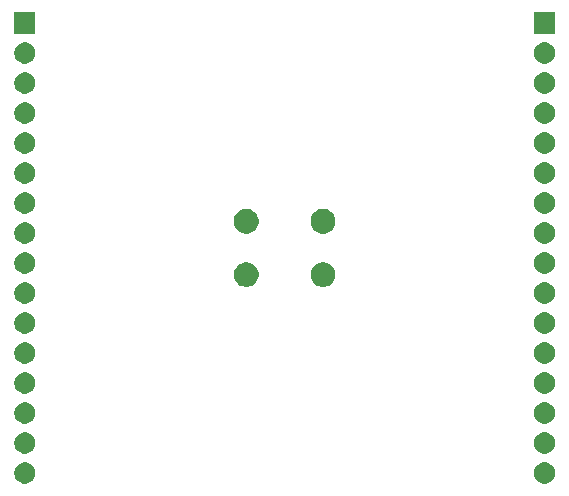
<source format=gbr>
G04 #@! TF.GenerationSoftware,KiCad,Pcbnew,5.1.5+dfsg1-2build2*
G04 #@! TF.CreationDate,2021-03-04T14:35:20-05:00*
G04 #@! TF.ProjectId,leveling_package,6c657665-6c69-46e6-975f-7061636b6167,rev?*
G04 #@! TF.SameCoordinates,Original*
G04 #@! TF.FileFunction,Soldermask,Bot*
G04 #@! TF.FilePolarity,Negative*
%FSLAX46Y46*%
G04 Gerber Fmt 4.6, Leading zero omitted, Abs format (unit mm)*
G04 Created by KiCad (PCBNEW 5.1.5+dfsg1-2build2) date 2021-03-04 14:35:20*
%MOMM*%
%LPD*%
G04 APERTURE LIST*
%ADD10C,0.100000*%
G04 APERTURE END LIST*
D10*
G36*
X96113512Y-92153927D02*
G01*
X96262812Y-92183624D01*
X96426784Y-92251544D01*
X96574354Y-92350147D01*
X96699853Y-92475646D01*
X96798456Y-92623216D01*
X96866376Y-92787188D01*
X96901000Y-92961259D01*
X96901000Y-93138741D01*
X96866376Y-93312812D01*
X96798456Y-93476784D01*
X96699853Y-93624354D01*
X96574354Y-93749853D01*
X96426784Y-93848456D01*
X96262812Y-93916376D01*
X96113512Y-93946073D01*
X96088742Y-93951000D01*
X95911258Y-93951000D01*
X95886488Y-93946073D01*
X95737188Y-93916376D01*
X95573216Y-93848456D01*
X95425646Y-93749853D01*
X95300147Y-93624354D01*
X95201544Y-93476784D01*
X95133624Y-93312812D01*
X95099000Y-93138741D01*
X95099000Y-92961259D01*
X95133624Y-92787188D01*
X95201544Y-92623216D01*
X95300147Y-92475646D01*
X95425646Y-92350147D01*
X95573216Y-92251544D01*
X95737188Y-92183624D01*
X95886488Y-92153927D01*
X95911258Y-92149000D01*
X96088742Y-92149000D01*
X96113512Y-92153927D01*
G37*
G36*
X52113512Y-92153927D02*
G01*
X52262812Y-92183624D01*
X52426784Y-92251544D01*
X52574354Y-92350147D01*
X52699853Y-92475646D01*
X52798456Y-92623216D01*
X52866376Y-92787188D01*
X52901000Y-92961259D01*
X52901000Y-93138741D01*
X52866376Y-93312812D01*
X52798456Y-93476784D01*
X52699853Y-93624354D01*
X52574354Y-93749853D01*
X52426784Y-93848456D01*
X52262812Y-93916376D01*
X52113512Y-93946073D01*
X52088742Y-93951000D01*
X51911258Y-93951000D01*
X51886488Y-93946073D01*
X51737188Y-93916376D01*
X51573216Y-93848456D01*
X51425646Y-93749853D01*
X51300147Y-93624354D01*
X51201544Y-93476784D01*
X51133624Y-93312812D01*
X51099000Y-93138741D01*
X51099000Y-92961259D01*
X51133624Y-92787188D01*
X51201544Y-92623216D01*
X51300147Y-92475646D01*
X51425646Y-92350147D01*
X51573216Y-92251544D01*
X51737188Y-92183624D01*
X51886488Y-92153927D01*
X51911258Y-92149000D01*
X52088742Y-92149000D01*
X52113512Y-92153927D01*
G37*
G36*
X96113512Y-89613927D02*
G01*
X96262812Y-89643624D01*
X96426784Y-89711544D01*
X96574354Y-89810147D01*
X96699853Y-89935646D01*
X96798456Y-90083216D01*
X96866376Y-90247188D01*
X96901000Y-90421259D01*
X96901000Y-90598741D01*
X96866376Y-90772812D01*
X96798456Y-90936784D01*
X96699853Y-91084354D01*
X96574354Y-91209853D01*
X96426784Y-91308456D01*
X96262812Y-91376376D01*
X96113512Y-91406073D01*
X96088742Y-91411000D01*
X95911258Y-91411000D01*
X95886488Y-91406073D01*
X95737188Y-91376376D01*
X95573216Y-91308456D01*
X95425646Y-91209853D01*
X95300147Y-91084354D01*
X95201544Y-90936784D01*
X95133624Y-90772812D01*
X95099000Y-90598741D01*
X95099000Y-90421259D01*
X95133624Y-90247188D01*
X95201544Y-90083216D01*
X95300147Y-89935646D01*
X95425646Y-89810147D01*
X95573216Y-89711544D01*
X95737188Y-89643624D01*
X95886488Y-89613927D01*
X95911258Y-89609000D01*
X96088742Y-89609000D01*
X96113512Y-89613927D01*
G37*
G36*
X52113512Y-89613927D02*
G01*
X52262812Y-89643624D01*
X52426784Y-89711544D01*
X52574354Y-89810147D01*
X52699853Y-89935646D01*
X52798456Y-90083216D01*
X52866376Y-90247188D01*
X52901000Y-90421259D01*
X52901000Y-90598741D01*
X52866376Y-90772812D01*
X52798456Y-90936784D01*
X52699853Y-91084354D01*
X52574354Y-91209853D01*
X52426784Y-91308456D01*
X52262812Y-91376376D01*
X52113512Y-91406073D01*
X52088742Y-91411000D01*
X51911258Y-91411000D01*
X51886488Y-91406073D01*
X51737188Y-91376376D01*
X51573216Y-91308456D01*
X51425646Y-91209853D01*
X51300147Y-91084354D01*
X51201544Y-90936784D01*
X51133624Y-90772812D01*
X51099000Y-90598741D01*
X51099000Y-90421259D01*
X51133624Y-90247188D01*
X51201544Y-90083216D01*
X51300147Y-89935646D01*
X51425646Y-89810147D01*
X51573216Y-89711544D01*
X51737188Y-89643624D01*
X51886488Y-89613927D01*
X51911258Y-89609000D01*
X52088742Y-89609000D01*
X52113512Y-89613927D01*
G37*
G36*
X52113512Y-87073927D02*
G01*
X52262812Y-87103624D01*
X52426784Y-87171544D01*
X52574354Y-87270147D01*
X52699853Y-87395646D01*
X52798456Y-87543216D01*
X52866376Y-87707188D01*
X52901000Y-87881259D01*
X52901000Y-88058741D01*
X52866376Y-88232812D01*
X52798456Y-88396784D01*
X52699853Y-88544354D01*
X52574354Y-88669853D01*
X52426784Y-88768456D01*
X52262812Y-88836376D01*
X52113512Y-88866073D01*
X52088742Y-88871000D01*
X51911258Y-88871000D01*
X51886488Y-88866073D01*
X51737188Y-88836376D01*
X51573216Y-88768456D01*
X51425646Y-88669853D01*
X51300147Y-88544354D01*
X51201544Y-88396784D01*
X51133624Y-88232812D01*
X51099000Y-88058741D01*
X51099000Y-87881259D01*
X51133624Y-87707188D01*
X51201544Y-87543216D01*
X51300147Y-87395646D01*
X51425646Y-87270147D01*
X51573216Y-87171544D01*
X51737188Y-87103624D01*
X51886488Y-87073927D01*
X51911258Y-87069000D01*
X52088742Y-87069000D01*
X52113512Y-87073927D01*
G37*
G36*
X96113512Y-87073927D02*
G01*
X96262812Y-87103624D01*
X96426784Y-87171544D01*
X96574354Y-87270147D01*
X96699853Y-87395646D01*
X96798456Y-87543216D01*
X96866376Y-87707188D01*
X96901000Y-87881259D01*
X96901000Y-88058741D01*
X96866376Y-88232812D01*
X96798456Y-88396784D01*
X96699853Y-88544354D01*
X96574354Y-88669853D01*
X96426784Y-88768456D01*
X96262812Y-88836376D01*
X96113512Y-88866073D01*
X96088742Y-88871000D01*
X95911258Y-88871000D01*
X95886488Y-88866073D01*
X95737188Y-88836376D01*
X95573216Y-88768456D01*
X95425646Y-88669853D01*
X95300147Y-88544354D01*
X95201544Y-88396784D01*
X95133624Y-88232812D01*
X95099000Y-88058741D01*
X95099000Y-87881259D01*
X95133624Y-87707188D01*
X95201544Y-87543216D01*
X95300147Y-87395646D01*
X95425646Y-87270147D01*
X95573216Y-87171544D01*
X95737188Y-87103624D01*
X95886488Y-87073927D01*
X95911258Y-87069000D01*
X96088742Y-87069000D01*
X96113512Y-87073927D01*
G37*
G36*
X52113512Y-84533927D02*
G01*
X52262812Y-84563624D01*
X52426784Y-84631544D01*
X52574354Y-84730147D01*
X52699853Y-84855646D01*
X52798456Y-85003216D01*
X52866376Y-85167188D01*
X52901000Y-85341259D01*
X52901000Y-85518741D01*
X52866376Y-85692812D01*
X52798456Y-85856784D01*
X52699853Y-86004354D01*
X52574354Y-86129853D01*
X52426784Y-86228456D01*
X52262812Y-86296376D01*
X52113512Y-86326073D01*
X52088742Y-86331000D01*
X51911258Y-86331000D01*
X51886488Y-86326073D01*
X51737188Y-86296376D01*
X51573216Y-86228456D01*
X51425646Y-86129853D01*
X51300147Y-86004354D01*
X51201544Y-85856784D01*
X51133624Y-85692812D01*
X51099000Y-85518741D01*
X51099000Y-85341259D01*
X51133624Y-85167188D01*
X51201544Y-85003216D01*
X51300147Y-84855646D01*
X51425646Y-84730147D01*
X51573216Y-84631544D01*
X51737188Y-84563624D01*
X51886488Y-84533927D01*
X51911258Y-84529000D01*
X52088742Y-84529000D01*
X52113512Y-84533927D01*
G37*
G36*
X96113512Y-84533927D02*
G01*
X96262812Y-84563624D01*
X96426784Y-84631544D01*
X96574354Y-84730147D01*
X96699853Y-84855646D01*
X96798456Y-85003216D01*
X96866376Y-85167188D01*
X96901000Y-85341259D01*
X96901000Y-85518741D01*
X96866376Y-85692812D01*
X96798456Y-85856784D01*
X96699853Y-86004354D01*
X96574354Y-86129853D01*
X96426784Y-86228456D01*
X96262812Y-86296376D01*
X96113512Y-86326073D01*
X96088742Y-86331000D01*
X95911258Y-86331000D01*
X95886488Y-86326073D01*
X95737188Y-86296376D01*
X95573216Y-86228456D01*
X95425646Y-86129853D01*
X95300147Y-86004354D01*
X95201544Y-85856784D01*
X95133624Y-85692812D01*
X95099000Y-85518741D01*
X95099000Y-85341259D01*
X95133624Y-85167188D01*
X95201544Y-85003216D01*
X95300147Y-84855646D01*
X95425646Y-84730147D01*
X95573216Y-84631544D01*
X95737188Y-84563624D01*
X95886488Y-84533927D01*
X95911258Y-84529000D01*
X96088742Y-84529000D01*
X96113512Y-84533927D01*
G37*
G36*
X96113512Y-81993927D02*
G01*
X96262812Y-82023624D01*
X96426784Y-82091544D01*
X96574354Y-82190147D01*
X96699853Y-82315646D01*
X96798456Y-82463216D01*
X96866376Y-82627188D01*
X96901000Y-82801259D01*
X96901000Y-82978741D01*
X96866376Y-83152812D01*
X96798456Y-83316784D01*
X96699853Y-83464354D01*
X96574354Y-83589853D01*
X96426784Y-83688456D01*
X96262812Y-83756376D01*
X96113512Y-83786073D01*
X96088742Y-83791000D01*
X95911258Y-83791000D01*
X95886488Y-83786073D01*
X95737188Y-83756376D01*
X95573216Y-83688456D01*
X95425646Y-83589853D01*
X95300147Y-83464354D01*
X95201544Y-83316784D01*
X95133624Y-83152812D01*
X95099000Y-82978741D01*
X95099000Y-82801259D01*
X95133624Y-82627188D01*
X95201544Y-82463216D01*
X95300147Y-82315646D01*
X95425646Y-82190147D01*
X95573216Y-82091544D01*
X95737188Y-82023624D01*
X95886488Y-81993927D01*
X95911258Y-81989000D01*
X96088742Y-81989000D01*
X96113512Y-81993927D01*
G37*
G36*
X52113512Y-81993927D02*
G01*
X52262812Y-82023624D01*
X52426784Y-82091544D01*
X52574354Y-82190147D01*
X52699853Y-82315646D01*
X52798456Y-82463216D01*
X52866376Y-82627188D01*
X52901000Y-82801259D01*
X52901000Y-82978741D01*
X52866376Y-83152812D01*
X52798456Y-83316784D01*
X52699853Y-83464354D01*
X52574354Y-83589853D01*
X52426784Y-83688456D01*
X52262812Y-83756376D01*
X52113512Y-83786073D01*
X52088742Y-83791000D01*
X51911258Y-83791000D01*
X51886488Y-83786073D01*
X51737188Y-83756376D01*
X51573216Y-83688456D01*
X51425646Y-83589853D01*
X51300147Y-83464354D01*
X51201544Y-83316784D01*
X51133624Y-83152812D01*
X51099000Y-82978741D01*
X51099000Y-82801259D01*
X51133624Y-82627188D01*
X51201544Y-82463216D01*
X51300147Y-82315646D01*
X51425646Y-82190147D01*
X51573216Y-82091544D01*
X51737188Y-82023624D01*
X51886488Y-81993927D01*
X51911258Y-81989000D01*
X52088742Y-81989000D01*
X52113512Y-81993927D01*
G37*
G36*
X52113512Y-79453927D02*
G01*
X52262812Y-79483624D01*
X52426784Y-79551544D01*
X52574354Y-79650147D01*
X52699853Y-79775646D01*
X52798456Y-79923216D01*
X52866376Y-80087188D01*
X52901000Y-80261259D01*
X52901000Y-80438741D01*
X52866376Y-80612812D01*
X52798456Y-80776784D01*
X52699853Y-80924354D01*
X52574354Y-81049853D01*
X52426784Y-81148456D01*
X52262812Y-81216376D01*
X52113512Y-81246073D01*
X52088742Y-81251000D01*
X51911258Y-81251000D01*
X51886488Y-81246073D01*
X51737188Y-81216376D01*
X51573216Y-81148456D01*
X51425646Y-81049853D01*
X51300147Y-80924354D01*
X51201544Y-80776784D01*
X51133624Y-80612812D01*
X51099000Y-80438741D01*
X51099000Y-80261259D01*
X51133624Y-80087188D01*
X51201544Y-79923216D01*
X51300147Y-79775646D01*
X51425646Y-79650147D01*
X51573216Y-79551544D01*
X51737188Y-79483624D01*
X51886488Y-79453927D01*
X51911258Y-79449000D01*
X52088742Y-79449000D01*
X52113512Y-79453927D01*
G37*
G36*
X96113512Y-79453927D02*
G01*
X96262812Y-79483624D01*
X96426784Y-79551544D01*
X96574354Y-79650147D01*
X96699853Y-79775646D01*
X96798456Y-79923216D01*
X96866376Y-80087188D01*
X96901000Y-80261259D01*
X96901000Y-80438741D01*
X96866376Y-80612812D01*
X96798456Y-80776784D01*
X96699853Y-80924354D01*
X96574354Y-81049853D01*
X96426784Y-81148456D01*
X96262812Y-81216376D01*
X96113512Y-81246073D01*
X96088742Y-81251000D01*
X95911258Y-81251000D01*
X95886488Y-81246073D01*
X95737188Y-81216376D01*
X95573216Y-81148456D01*
X95425646Y-81049853D01*
X95300147Y-80924354D01*
X95201544Y-80776784D01*
X95133624Y-80612812D01*
X95099000Y-80438741D01*
X95099000Y-80261259D01*
X95133624Y-80087188D01*
X95201544Y-79923216D01*
X95300147Y-79775646D01*
X95425646Y-79650147D01*
X95573216Y-79551544D01*
X95737188Y-79483624D01*
X95886488Y-79453927D01*
X95911258Y-79449000D01*
X96088742Y-79449000D01*
X96113512Y-79453927D01*
G37*
G36*
X96113512Y-76913927D02*
G01*
X96262812Y-76943624D01*
X96426784Y-77011544D01*
X96574354Y-77110147D01*
X96699853Y-77235646D01*
X96798456Y-77383216D01*
X96866376Y-77547188D01*
X96901000Y-77721259D01*
X96901000Y-77898741D01*
X96866376Y-78072812D01*
X96798456Y-78236784D01*
X96699853Y-78384354D01*
X96574354Y-78509853D01*
X96426784Y-78608456D01*
X96262812Y-78676376D01*
X96113512Y-78706073D01*
X96088742Y-78711000D01*
X95911258Y-78711000D01*
X95886488Y-78706073D01*
X95737188Y-78676376D01*
X95573216Y-78608456D01*
X95425646Y-78509853D01*
X95300147Y-78384354D01*
X95201544Y-78236784D01*
X95133624Y-78072812D01*
X95099000Y-77898741D01*
X95099000Y-77721259D01*
X95133624Y-77547188D01*
X95201544Y-77383216D01*
X95300147Y-77235646D01*
X95425646Y-77110147D01*
X95573216Y-77011544D01*
X95737188Y-76943624D01*
X95886488Y-76913927D01*
X95911258Y-76909000D01*
X96088742Y-76909000D01*
X96113512Y-76913927D01*
G37*
G36*
X52113512Y-76913927D02*
G01*
X52262812Y-76943624D01*
X52426784Y-77011544D01*
X52574354Y-77110147D01*
X52699853Y-77235646D01*
X52798456Y-77383216D01*
X52866376Y-77547188D01*
X52901000Y-77721259D01*
X52901000Y-77898741D01*
X52866376Y-78072812D01*
X52798456Y-78236784D01*
X52699853Y-78384354D01*
X52574354Y-78509853D01*
X52426784Y-78608456D01*
X52262812Y-78676376D01*
X52113512Y-78706073D01*
X52088742Y-78711000D01*
X51911258Y-78711000D01*
X51886488Y-78706073D01*
X51737188Y-78676376D01*
X51573216Y-78608456D01*
X51425646Y-78509853D01*
X51300147Y-78384354D01*
X51201544Y-78236784D01*
X51133624Y-78072812D01*
X51099000Y-77898741D01*
X51099000Y-77721259D01*
X51133624Y-77547188D01*
X51201544Y-77383216D01*
X51300147Y-77235646D01*
X51425646Y-77110147D01*
X51573216Y-77011544D01*
X51737188Y-76943624D01*
X51886488Y-76913927D01*
X51911258Y-76909000D01*
X52088742Y-76909000D01*
X52113512Y-76913927D01*
G37*
G36*
X71056564Y-75239389D02*
G01*
X71247833Y-75318615D01*
X71247835Y-75318616D01*
X71419973Y-75433635D01*
X71566365Y-75580027D01*
X71644380Y-75696784D01*
X71681385Y-75752167D01*
X71760611Y-75943436D01*
X71801000Y-76146484D01*
X71801000Y-76353516D01*
X71760611Y-76556564D01*
X71681385Y-76747833D01*
X71681384Y-76747835D01*
X71566365Y-76919973D01*
X71419973Y-77066365D01*
X71247835Y-77181384D01*
X71247834Y-77181385D01*
X71247833Y-77181385D01*
X71056564Y-77260611D01*
X70853516Y-77301000D01*
X70646484Y-77301000D01*
X70443436Y-77260611D01*
X70252167Y-77181385D01*
X70252166Y-77181385D01*
X70252165Y-77181384D01*
X70080027Y-77066365D01*
X69933635Y-76919973D01*
X69818616Y-76747835D01*
X69818615Y-76747833D01*
X69739389Y-76556564D01*
X69699000Y-76353516D01*
X69699000Y-76146484D01*
X69739389Y-75943436D01*
X69818615Y-75752167D01*
X69855621Y-75696784D01*
X69933635Y-75580027D01*
X70080027Y-75433635D01*
X70252165Y-75318616D01*
X70252167Y-75318615D01*
X70443436Y-75239389D01*
X70646484Y-75199000D01*
X70853516Y-75199000D01*
X71056564Y-75239389D01*
G37*
G36*
X77556564Y-75239389D02*
G01*
X77747833Y-75318615D01*
X77747835Y-75318616D01*
X77919973Y-75433635D01*
X78066365Y-75580027D01*
X78144380Y-75696784D01*
X78181385Y-75752167D01*
X78260611Y-75943436D01*
X78301000Y-76146484D01*
X78301000Y-76353516D01*
X78260611Y-76556564D01*
X78181385Y-76747833D01*
X78181384Y-76747835D01*
X78066365Y-76919973D01*
X77919973Y-77066365D01*
X77747835Y-77181384D01*
X77747834Y-77181385D01*
X77747833Y-77181385D01*
X77556564Y-77260611D01*
X77353516Y-77301000D01*
X77146484Y-77301000D01*
X76943436Y-77260611D01*
X76752167Y-77181385D01*
X76752166Y-77181385D01*
X76752165Y-77181384D01*
X76580027Y-77066365D01*
X76433635Y-76919973D01*
X76318616Y-76747835D01*
X76318615Y-76747833D01*
X76239389Y-76556564D01*
X76199000Y-76353516D01*
X76199000Y-76146484D01*
X76239389Y-75943436D01*
X76318615Y-75752167D01*
X76355621Y-75696784D01*
X76433635Y-75580027D01*
X76580027Y-75433635D01*
X76752165Y-75318616D01*
X76752167Y-75318615D01*
X76943436Y-75239389D01*
X77146484Y-75199000D01*
X77353516Y-75199000D01*
X77556564Y-75239389D01*
G37*
G36*
X52113512Y-74373927D02*
G01*
X52262812Y-74403624D01*
X52426784Y-74471544D01*
X52574354Y-74570147D01*
X52699853Y-74695646D01*
X52798456Y-74843216D01*
X52866376Y-75007188D01*
X52901000Y-75181259D01*
X52901000Y-75358741D01*
X52866376Y-75532812D01*
X52798456Y-75696784D01*
X52699853Y-75844354D01*
X52574354Y-75969853D01*
X52426784Y-76068456D01*
X52262812Y-76136376D01*
X52113512Y-76166073D01*
X52088742Y-76171000D01*
X51911258Y-76171000D01*
X51886488Y-76166073D01*
X51737188Y-76136376D01*
X51573216Y-76068456D01*
X51425646Y-75969853D01*
X51300147Y-75844354D01*
X51201544Y-75696784D01*
X51133624Y-75532812D01*
X51099000Y-75358741D01*
X51099000Y-75181259D01*
X51133624Y-75007188D01*
X51201544Y-74843216D01*
X51300147Y-74695646D01*
X51425646Y-74570147D01*
X51573216Y-74471544D01*
X51737188Y-74403624D01*
X51886488Y-74373927D01*
X51911258Y-74369000D01*
X52088742Y-74369000D01*
X52113512Y-74373927D01*
G37*
G36*
X96113512Y-74373927D02*
G01*
X96262812Y-74403624D01*
X96426784Y-74471544D01*
X96574354Y-74570147D01*
X96699853Y-74695646D01*
X96798456Y-74843216D01*
X96866376Y-75007188D01*
X96901000Y-75181259D01*
X96901000Y-75358741D01*
X96866376Y-75532812D01*
X96798456Y-75696784D01*
X96699853Y-75844354D01*
X96574354Y-75969853D01*
X96426784Y-76068456D01*
X96262812Y-76136376D01*
X96113512Y-76166073D01*
X96088742Y-76171000D01*
X95911258Y-76171000D01*
X95886488Y-76166073D01*
X95737188Y-76136376D01*
X95573216Y-76068456D01*
X95425646Y-75969853D01*
X95300147Y-75844354D01*
X95201544Y-75696784D01*
X95133624Y-75532812D01*
X95099000Y-75358741D01*
X95099000Y-75181259D01*
X95133624Y-75007188D01*
X95201544Y-74843216D01*
X95300147Y-74695646D01*
X95425646Y-74570147D01*
X95573216Y-74471544D01*
X95737188Y-74403624D01*
X95886488Y-74373927D01*
X95911258Y-74369000D01*
X96088742Y-74369000D01*
X96113512Y-74373927D01*
G37*
G36*
X52113512Y-71833927D02*
G01*
X52262812Y-71863624D01*
X52426784Y-71931544D01*
X52574354Y-72030147D01*
X52699853Y-72155646D01*
X52798456Y-72303216D01*
X52866376Y-72467188D01*
X52901000Y-72641259D01*
X52901000Y-72818741D01*
X52866376Y-72992812D01*
X52798456Y-73156784D01*
X52699853Y-73304354D01*
X52574354Y-73429853D01*
X52426784Y-73528456D01*
X52262812Y-73596376D01*
X52113512Y-73626073D01*
X52088742Y-73631000D01*
X51911258Y-73631000D01*
X51886488Y-73626073D01*
X51737188Y-73596376D01*
X51573216Y-73528456D01*
X51425646Y-73429853D01*
X51300147Y-73304354D01*
X51201544Y-73156784D01*
X51133624Y-72992812D01*
X51099000Y-72818741D01*
X51099000Y-72641259D01*
X51133624Y-72467188D01*
X51201544Y-72303216D01*
X51300147Y-72155646D01*
X51425646Y-72030147D01*
X51573216Y-71931544D01*
X51737188Y-71863624D01*
X51886488Y-71833927D01*
X51911258Y-71829000D01*
X52088742Y-71829000D01*
X52113512Y-71833927D01*
G37*
G36*
X96113512Y-71833927D02*
G01*
X96262812Y-71863624D01*
X96426784Y-71931544D01*
X96574354Y-72030147D01*
X96699853Y-72155646D01*
X96798456Y-72303216D01*
X96866376Y-72467188D01*
X96901000Y-72641259D01*
X96901000Y-72818741D01*
X96866376Y-72992812D01*
X96798456Y-73156784D01*
X96699853Y-73304354D01*
X96574354Y-73429853D01*
X96426784Y-73528456D01*
X96262812Y-73596376D01*
X96113512Y-73626073D01*
X96088742Y-73631000D01*
X95911258Y-73631000D01*
X95886488Y-73626073D01*
X95737188Y-73596376D01*
X95573216Y-73528456D01*
X95425646Y-73429853D01*
X95300147Y-73304354D01*
X95201544Y-73156784D01*
X95133624Y-72992812D01*
X95099000Y-72818741D01*
X95099000Y-72641259D01*
X95133624Y-72467188D01*
X95201544Y-72303216D01*
X95300147Y-72155646D01*
X95425646Y-72030147D01*
X95573216Y-71931544D01*
X95737188Y-71863624D01*
X95886488Y-71833927D01*
X95911258Y-71829000D01*
X96088742Y-71829000D01*
X96113512Y-71833927D01*
G37*
G36*
X77556564Y-70739389D02*
G01*
X77747833Y-70818615D01*
X77747835Y-70818616D01*
X77919973Y-70933635D01*
X78066365Y-71080027D01*
X78181385Y-71252167D01*
X78260611Y-71443436D01*
X78301000Y-71646484D01*
X78301000Y-71853516D01*
X78260611Y-72056564D01*
X78181385Y-72247833D01*
X78181384Y-72247835D01*
X78066365Y-72419973D01*
X77919973Y-72566365D01*
X77747835Y-72681384D01*
X77747834Y-72681385D01*
X77747833Y-72681385D01*
X77556564Y-72760611D01*
X77353516Y-72801000D01*
X77146484Y-72801000D01*
X76943436Y-72760611D01*
X76752167Y-72681385D01*
X76752166Y-72681385D01*
X76752165Y-72681384D01*
X76580027Y-72566365D01*
X76433635Y-72419973D01*
X76318616Y-72247835D01*
X76318615Y-72247833D01*
X76239389Y-72056564D01*
X76199000Y-71853516D01*
X76199000Y-71646484D01*
X76239389Y-71443436D01*
X76318615Y-71252167D01*
X76433635Y-71080027D01*
X76580027Y-70933635D01*
X76752165Y-70818616D01*
X76752167Y-70818615D01*
X76943436Y-70739389D01*
X77146484Y-70699000D01*
X77353516Y-70699000D01*
X77556564Y-70739389D01*
G37*
G36*
X71056564Y-70739389D02*
G01*
X71247833Y-70818615D01*
X71247835Y-70818616D01*
X71419973Y-70933635D01*
X71566365Y-71080027D01*
X71681385Y-71252167D01*
X71760611Y-71443436D01*
X71801000Y-71646484D01*
X71801000Y-71853516D01*
X71760611Y-72056564D01*
X71681385Y-72247833D01*
X71681384Y-72247835D01*
X71566365Y-72419973D01*
X71419973Y-72566365D01*
X71247835Y-72681384D01*
X71247834Y-72681385D01*
X71247833Y-72681385D01*
X71056564Y-72760611D01*
X70853516Y-72801000D01*
X70646484Y-72801000D01*
X70443436Y-72760611D01*
X70252167Y-72681385D01*
X70252166Y-72681385D01*
X70252165Y-72681384D01*
X70080027Y-72566365D01*
X69933635Y-72419973D01*
X69818616Y-72247835D01*
X69818615Y-72247833D01*
X69739389Y-72056564D01*
X69699000Y-71853516D01*
X69699000Y-71646484D01*
X69739389Y-71443436D01*
X69818615Y-71252167D01*
X69933635Y-71080027D01*
X70080027Y-70933635D01*
X70252165Y-70818616D01*
X70252167Y-70818615D01*
X70443436Y-70739389D01*
X70646484Y-70699000D01*
X70853516Y-70699000D01*
X71056564Y-70739389D01*
G37*
G36*
X52113512Y-69293927D02*
G01*
X52262812Y-69323624D01*
X52426784Y-69391544D01*
X52574354Y-69490147D01*
X52699853Y-69615646D01*
X52798456Y-69763216D01*
X52866376Y-69927188D01*
X52901000Y-70101259D01*
X52901000Y-70278741D01*
X52866376Y-70452812D01*
X52798456Y-70616784D01*
X52699853Y-70764354D01*
X52574354Y-70889853D01*
X52426784Y-70988456D01*
X52262812Y-71056376D01*
X52113512Y-71086073D01*
X52088742Y-71091000D01*
X51911258Y-71091000D01*
X51886488Y-71086073D01*
X51737188Y-71056376D01*
X51573216Y-70988456D01*
X51425646Y-70889853D01*
X51300147Y-70764354D01*
X51201544Y-70616784D01*
X51133624Y-70452812D01*
X51099000Y-70278741D01*
X51099000Y-70101259D01*
X51133624Y-69927188D01*
X51201544Y-69763216D01*
X51300147Y-69615646D01*
X51425646Y-69490147D01*
X51573216Y-69391544D01*
X51737188Y-69323624D01*
X51886488Y-69293927D01*
X51911258Y-69289000D01*
X52088742Y-69289000D01*
X52113512Y-69293927D01*
G37*
G36*
X96113512Y-69293927D02*
G01*
X96262812Y-69323624D01*
X96426784Y-69391544D01*
X96574354Y-69490147D01*
X96699853Y-69615646D01*
X96798456Y-69763216D01*
X96866376Y-69927188D01*
X96901000Y-70101259D01*
X96901000Y-70278741D01*
X96866376Y-70452812D01*
X96798456Y-70616784D01*
X96699853Y-70764354D01*
X96574354Y-70889853D01*
X96426784Y-70988456D01*
X96262812Y-71056376D01*
X96113512Y-71086073D01*
X96088742Y-71091000D01*
X95911258Y-71091000D01*
X95886488Y-71086073D01*
X95737188Y-71056376D01*
X95573216Y-70988456D01*
X95425646Y-70889853D01*
X95300147Y-70764354D01*
X95201544Y-70616784D01*
X95133624Y-70452812D01*
X95099000Y-70278741D01*
X95099000Y-70101259D01*
X95133624Y-69927188D01*
X95201544Y-69763216D01*
X95300147Y-69615646D01*
X95425646Y-69490147D01*
X95573216Y-69391544D01*
X95737188Y-69323624D01*
X95886488Y-69293927D01*
X95911258Y-69289000D01*
X96088742Y-69289000D01*
X96113512Y-69293927D01*
G37*
G36*
X52113512Y-66753927D02*
G01*
X52262812Y-66783624D01*
X52426784Y-66851544D01*
X52574354Y-66950147D01*
X52699853Y-67075646D01*
X52798456Y-67223216D01*
X52866376Y-67387188D01*
X52901000Y-67561259D01*
X52901000Y-67738741D01*
X52866376Y-67912812D01*
X52798456Y-68076784D01*
X52699853Y-68224354D01*
X52574354Y-68349853D01*
X52426784Y-68448456D01*
X52262812Y-68516376D01*
X52113512Y-68546073D01*
X52088742Y-68551000D01*
X51911258Y-68551000D01*
X51886488Y-68546073D01*
X51737188Y-68516376D01*
X51573216Y-68448456D01*
X51425646Y-68349853D01*
X51300147Y-68224354D01*
X51201544Y-68076784D01*
X51133624Y-67912812D01*
X51099000Y-67738741D01*
X51099000Y-67561259D01*
X51133624Y-67387188D01*
X51201544Y-67223216D01*
X51300147Y-67075646D01*
X51425646Y-66950147D01*
X51573216Y-66851544D01*
X51737188Y-66783624D01*
X51886488Y-66753927D01*
X51911258Y-66749000D01*
X52088742Y-66749000D01*
X52113512Y-66753927D01*
G37*
G36*
X96113512Y-66753927D02*
G01*
X96262812Y-66783624D01*
X96426784Y-66851544D01*
X96574354Y-66950147D01*
X96699853Y-67075646D01*
X96798456Y-67223216D01*
X96866376Y-67387188D01*
X96901000Y-67561259D01*
X96901000Y-67738741D01*
X96866376Y-67912812D01*
X96798456Y-68076784D01*
X96699853Y-68224354D01*
X96574354Y-68349853D01*
X96426784Y-68448456D01*
X96262812Y-68516376D01*
X96113512Y-68546073D01*
X96088742Y-68551000D01*
X95911258Y-68551000D01*
X95886488Y-68546073D01*
X95737188Y-68516376D01*
X95573216Y-68448456D01*
X95425646Y-68349853D01*
X95300147Y-68224354D01*
X95201544Y-68076784D01*
X95133624Y-67912812D01*
X95099000Y-67738741D01*
X95099000Y-67561259D01*
X95133624Y-67387188D01*
X95201544Y-67223216D01*
X95300147Y-67075646D01*
X95425646Y-66950147D01*
X95573216Y-66851544D01*
X95737188Y-66783624D01*
X95886488Y-66753927D01*
X95911258Y-66749000D01*
X96088742Y-66749000D01*
X96113512Y-66753927D01*
G37*
G36*
X96113512Y-64213927D02*
G01*
X96262812Y-64243624D01*
X96426784Y-64311544D01*
X96574354Y-64410147D01*
X96699853Y-64535646D01*
X96798456Y-64683216D01*
X96866376Y-64847188D01*
X96901000Y-65021259D01*
X96901000Y-65198741D01*
X96866376Y-65372812D01*
X96798456Y-65536784D01*
X96699853Y-65684354D01*
X96574354Y-65809853D01*
X96426784Y-65908456D01*
X96262812Y-65976376D01*
X96113512Y-66006073D01*
X96088742Y-66011000D01*
X95911258Y-66011000D01*
X95886488Y-66006073D01*
X95737188Y-65976376D01*
X95573216Y-65908456D01*
X95425646Y-65809853D01*
X95300147Y-65684354D01*
X95201544Y-65536784D01*
X95133624Y-65372812D01*
X95099000Y-65198741D01*
X95099000Y-65021259D01*
X95133624Y-64847188D01*
X95201544Y-64683216D01*
X95300147Y-64535646D01*
X95425646Y-64410147D01*
X95573216Y-64311544D01*
X95737188Y-64243624D01*
X95886488Y-64213927D01*
X95911258Y-64209000D01*
X96088742Y-64209000D01*
X96113512Y-64213927D01*
G37*
G36*
X52113512Y-64213927D02*
G01*
X52262812Y-64243624D01*
X52426784Y-64311544D01*
X52574354Y-64410147D01*
X52699853Y-64535646D01*
X52798456Y-64683216D01*
X52866376Y-64847188D01*
X52901000Y-65021259D01*
X52901000Y-65198741D01*
X52866376Y-65372812D01*
X52798456Y-65536784D01*
X52699853Y-65684354D01*
X52574354Y-65809853D01*
X52426784Y-65908456D01*
X52262812Y-65976376D01*
X52113512Y-66006073D01*
X52088742Y-66011000D01*
X51911258Y-66011000D01*
X51886488Y-66006073D01*
X51737188Y-65976376D01*
X51573216Y-65908456D01*
X51425646Y-65809853D01*
X51300147Y-65684354D01*
X51201544Y-65536784D01*
X51133624Y-65372812D01*
X51099000Y-65198741D01*
X51099000Y-65021259D01*
X51133624Y-64847188D01*
X51201544Y-64683216D01*
X51300147Y-64535646D01*
X51425646Y-64410147D01*
X51573216Y-64311544D01*
X51737188Y-64243624D01*
X51886488Y-64213927D01*
X51911258Y-64209000D01*
X52088742Y-64209000D01*
X52113512Y-64213927D01*
G37*
G36*
X52113512Y-61673927D02*
G01*
X52262812Y-61703624D01*
X52426784Y-61771544D01*
X52574354Y-61870147D01*
X52699853Y-61995646D01*
X52798456Y-62143216D01*
X52866376Y-62307188D01*
X52901000Y-62481259D01*
X52901000Y-62658741D01*
X52866376Y-62832812D01*
X52798456Y-62996784D01*
X52699853Y-63144354D01*
X52574354Y-63269853D01*
X52426784Y-63368456D01*
X52262812Y-63436376D01*
X52113512Y-63466073D01*
X52088742Y-63471000D01*
X51911258Y-63471000D01*
X51886488Y-63466073D01*
X51737188Y-63436376D01*
X51573216Y-63368456D01*
X51425646Y-63269853D01*
X51300147Y-63144354D01*
X51201544Y-62996784D01*
X51133624Y-62832812D01*
X51099000Y-62658741D01*
X51099000Y-62481259D01*
X51133624Y-62307188D01*
X51201544Y-62143216D01*
X51300147Y-61995646D01*
X51425646Y-61870147D01*
X51573216Y-61771544D01*
X51737188Y-61703624D01*
X51886488Y-61673927D01*
X51911258Y-61669000D01*
X52088742Y-61669000D01*
X52113512Y-61673927D01*
G37*
G36*
X96113512Y-61673927D02*
G01*
X96262812Y-61703624D01*
X96426784Y-61771544D01*
X96574354Y-61870147D01*
X96699853Y-61995646D01*
X96798456Y-62143216D01*
X96866376Y-62307188D01*
X96901000Y-62481259D01*
X96901000Y-62658741D01*
X96866376Y-62832812D01*
X96798456Y-62996784D01*
X96699853Y-63144354D01*
X96574354Y-63269853D01*
X96426784Y-63368456D01*
X96262812Y-63436376D01*
X96113512Y-63466073D01*
X96088742Y-63471000D01*
X95911258Y-63471000D01*
X95886488Y-63466073D01*
X95737188Y-63436376D01*
X95573216Y-63368456D01*
X95425646Y-63269853D01*
X95300147Y-63144354D01*
X95201544Y-62996784D01*
X95133624Y-62832812D01*
X95099000Y-62658741D01*
X95099000Y-62481259D01*
X95133624Y-62307188D01*
X95201544Y-62143216D01*
X95300147Y-61995646D01*
X95425646Y-61870147D01*
X95573216Y-61771544D01*
X95737188Y-61703624D01*
X95886488Y-61673927D01*
X95911258Y-61669000D01*
X96088742Y-61669000D01*
X96113512Y-61673927D01*
G37*
G36*
X52113512Y-59133927D02*
G01*
X52262812Y-59163624D01*
X52426784Y-59231544D01*
X52574354Y-59330147D01*
X52699853Y-59455646D01*
X52798456Y-59603216D01*
X52866376Y-59767188D01*
X52901000Y-59941259D01*
X52901000Y-60118741D01*
X52866376Y-60292812D01*
X52798456Y-60456784D01*
X52699853Y-60604354D01*
X52574354Y-60729853D01*
X52426784Y-60828456D01*
X52262812Y-60896376D01*
X52113512Y-60926073D01*
X52088742Y-60931000D01*
X51911258Y-60931000D01*
X51886488Y-60926073D01*
X51737188Y-60896376D01*
X51573216Y-60828456D01*
X51425646Y-60729853D01*
X51300147Y-60604354D01*
X51201544Y-60456784D01*
X51133624Y-60292812D01*
X51099000Y-60118741D01*
X51099000Y-59941259D01*
X51133624Y-59767188D01*
X51201544Y-59603216D01*
X51300147Y-59455646D01*
X51425646Y-59330147D01*
X51573216Y-59231544D01*
X51737188Y-59163624D01*
X51886488Y-59133927D01*
X51911258Y-59129000D01*
X52088742Y-59129000D01*
X52113512Y-59133927D01*
G37*
G36*
X96113512Y-59133927D02*
G01*
X96262812Y-59163624D01*
X96426784Y-59231544D01*
X96574354Y-59330147D01*
X96699853Y-59455646D01*
X96798456Y-59603216D01*
X96866376Y-59767188D01*
X96901000Y-59941259D01*
X96901000Y-60118741D01*
X96866376Y-60292812D01*
X96798456Y-60456784D01*
X96699853Y-60604354D01*
X96574354Y-60729853D01*
X96426784Y-60828456D01*
X96262812Y-60896376D01*
X96113512Y-60926073D01*
X96088742Y-60931000D01*
X95911258Y-60931000D01*
X95886488Y-60926073D01*
X95737188Y-60896376D01*
X95573216Y-60828456D01*
X95425646Y-60729853D01*
X95300147Y-60604354D01*
X95201544Y-60456784D01*
X95133624Y-60292812D01*
X95099000Y-60118741D01*
X95099000Y-59941259D01*
X95133624Y-59767188D01*
X95201544Y-59603216D01*
X95300147Y-59455646D01*
X95425646Y-59330147D01*
X95573216Y-59231544D01*
X95737188Y-59163624D01*
X95886488Y-59133927D01*
X95911258Y-59129000D01*
X96088742Y-59129000D01*
X96113512Y-59133927D01*
G37*
G36*
X96113512Y-56593927D02*
G01*
X96262812Y-56623624D01*
X96426784Y-56691544D01*
X96574354Y-56790147D01*
X96699853Y-56915646D01*
X96798456Y-57063216D01*
X96866376Y-57227188D01*
X96901000Y-57401259D01*
X96901000Y-57578741D01*
X96866376Y-57752812D01*
X96798456Y-57916784D01*
X96699853Y-58064354D01*
X96574354Y-58189853D01*
X96426784Y-58288456D01*
X96262812Y-58356376D01*
X96113512Y-58386073D01*
X96088742Y-58391000D01*
X95911258Y-58391000D01*
X95886488Y-58386073D01*
X95737188Y-58356376D01*
X95573216Y-58288456D01*
X95425646Y-58189853D01*
X95300147Y-58064354D01*
X95201544Y-57916784D01*
X95133624Y-57752812D01*
X95099000Y-57578741D01*
X95099000Y-57401259D01*
X95133624Y-57227188D01*
X95201544Y-57063216D01*
X95300147Y-56915646D01*
X95425646Y-56790147D01*
X95573216Y-56691544D01*
X95737188Y-56623624D01*
X95886488Y-56593927D01*
X95911258Y-56589000D01*
X96088742Y-56589000D01*
X96113512Y-56593927D01*
G37*
G36*
X52113512Y-56593927D02*
G01*
X52262812Y-56623624D01*
X52426784Y-56691544D01*
X52574354Y-56790147D01*
X52699853Y-56915646D01*
X52798456Y-57063216D01*
X52866376Y-57227188D01*
X52901000Y-57401259D01*
X52901000Y-57578741D01*
X52866376Y-57752812D01*
X52798456Y-57916784D01*
X52699853Y-58064354D01*
X52574354Y-58189853D01*
X52426784Y-58288456D01*
X52262812Y-58356376D01*
X52113512Y-58386073D01*
X52088742Y-58391000D01*
X51911258Y-58391000D01*
X51886488Y-58386073D01*
X51737188Y-58356376D01*
X51573216Y-58288456D01*
X51425646Y-58189853D01*
X51300147Y-58064354D01*
X51201544Y-57916784D01*
X51133624Y-57752812D01*
X51099000Y-57578741D01*
X51099000Y-57401259D01*
X51133624Y-57227188D01*
X51201544Y-57063216D01*
X51300147Y-56915646D01*
X51425646Y-56790147D01*
X51573216Y-56691544D01*
X51737188Y-56623624D01*
X51886488Y-56593927D01*
X51911258Y-56589000D01*
X52088742Y-56589000D01*
X52113512Y-56593927D01*
G37*
G36*
X52901000Y-55851000D02*
G01*
X51099000Y-55851000D01*
X51099000Y-54049000D01*
X52901000Y-54049000D01*
X52901000Y-55851000D01*
G37*
G36*
X96901000Y-55851000D02*
G01*
X95099000Y-55851000D01*
X95099000Y-54049000D01*
X96901000Y-54049000D01*
X96901000Y-55851000D01*
G37*
M02*

</source>
